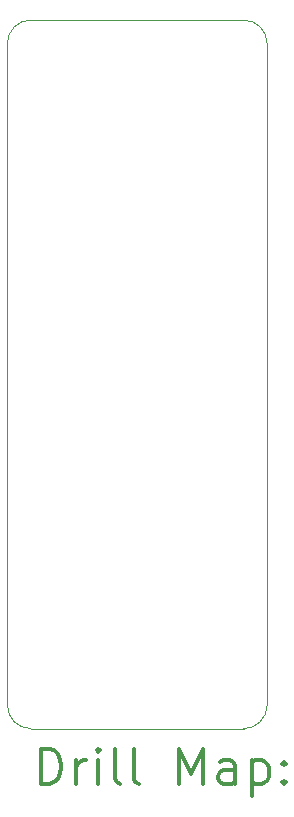
<source format=gbr>
%FSLAX45Y45*%
G04 Gerber Fmt 4.5, Leading zero omitted, Abs format (unit mm)*
G04 Created by KiCad (PCBNEW 5.1.9+dfsg1-1) date 2022-11-10 16:00:45*
%MOMM*%
%LPD*%
G01*
G04 APERTURE LIST*
%TA.AperFunction,Profile*%
%ADD10C,0.050000*%
%TD*%
%ADD11C,0.200000*%
%ADD12C,0.300000*%
G04 APERTURE END LIST*
D10*
X15450000Y-12300000D02*
G75*
G02*
X15250000Y-12500000I-200000J0D01*
G01*
X15250000Y-6500000D02*
G75*
G02*
X15450000Y-6700000I0J-200000D01*
G01*
X13250000Y-6700000D02*
G75*
G02*
X13450000Y-6500000I200000J0D01*
G01*
X13450000Y-12500000D02*
G75*
G02*
X13250000Y-12300000I0J200000D01*
G01*
X15250000Y-6500000D02*
X13450000Y-6500000D01*
X15450000Y-12300000D02*
X15450000Y-6700000D01*
X13250000Y-12300000D02*
X13250000Y-6700000D01*
X13450000Y-12500000D02*
X15250000Y-12500000D01*
D11*
D12*
X13533928Y-12968214D02*
X13533928Y-12668214D01*
X13605357Y-12668214D01*
X13648214Y-12682500D01*
X13676786Y-12711071D01*
X13691071Y-12739643D01*
X13705357Y-12796786D01*
X13705357Y-12839643D01*
X13691071Y-12896786D01*
X13676786Y-12925357D01*
X13648214Y-12953929D01*
X13605357Y-12968214D01*
X13533928Y-12968214D01*
X13833928Y-12968214D02*
X13833928Y-12768214D01*
X13833928Y-12825357D02*
X13848214Y-12796786D01*
X13862500Y-12782500D01*
X13891071Y-12768214D01*
X13919643Y-12768214D01*
X14019643Y-12968214D02*
X14019643Y-12768214D01*
X14019643Y-12668214D02*
X14005357Y-12682500D01*
X14019643Y-12696786D01*
X14033928Y-12682500D01*
X14019643Y-12668214D01*
X14019643Y-12696786D01*
X14205357Y-12968214D02*
X14176786Y-12953929D01*
X14162500Y-12925357D01*
X14162500Y-12668214D01*
X14362500Y-12968214D02*
X14333928Y-12953929D01*
X14319643Y-12925357D01*
X14319643Y-12668214D01*
X14705357Y-12968214D02*
X14705357Y-12668214D01*
X14805357Y-12882500D01*
X14905357Y-12668214D01*
X14905357Y-12968214D01*
X15176786Y-12968214D02*
X15176786Y-12811071D01*
X15162500Y-12782500D01*
X15133928Y-12768214D01*
X15076786Y-12768214D01*
X15048214Y-12782500D01*
X15176786Y-12953929D02*
X15148214Y-12968214D01*
X15076786Y-12968214D01*
X15048214Y-12953929D01*
X15033928Y-12925357D01*
X15033928Y-12896786D01*
X15048214Y-12868214D01*
X15076786Y-12853929D01*
X15148214Y-12853929D01*
X15176786Y-12839643D01*
X15319643Y-12768214D02*
X15319643Y-13068214D01*
X15319643Y-12782500D02*
X15348214Y-12768214D01*
X15405357Y-12768214D01*
X15433928Y-12782500D01*
X15448214Y-12796786D01*
X15462500Y-12825357D01*
X15462500Y-12911071D01*
X15448214Y-12939643D01*
X15433928Y-12953929D01*
X15405357Y-12968214D01*
X15348214Y-12968214D01*
X15319643Y-12953929D01*
X15591071Y-12939643D02*
X15605357Y-12953929D01*
X15591071Y-12968214D01*
X15576786Y-12953929D01*
X15591071Y-12939643D01*
X15591071Y-12968214D01*
X15591071Y-12782500D02*
X15605357Y-12796786D01*
X15591071Y-12811071D01*
X15576786Y-12796786D01*
X15591071Y-12782500D01*
X15591071Y-12811071D01*
M02*

</source>
